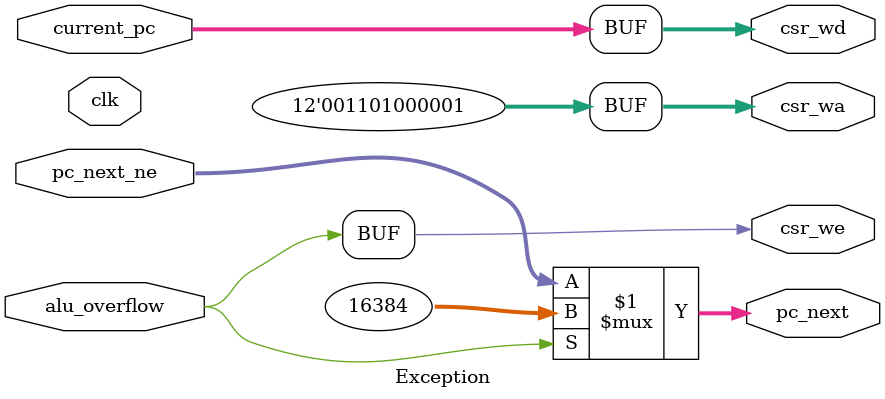
<source format=v>
module Exception (
    input clk,
    input alu_overflow,
    input [31:0] pc_next_ne,
    input [31:0] current_pc,
    output [31:0] pc_next,
    output csr_we,
    output [11:0] csr_wa,
    output [31:0] csr_wd
);
    assign csr_wa = 12'h341;
    assign csr_wd = current_pc;
    assign csr_we = alu_overflow;
    assign pc_next = alu_overflow ? 32'h4000 : pc_next_ne;
endmodule

</source>
